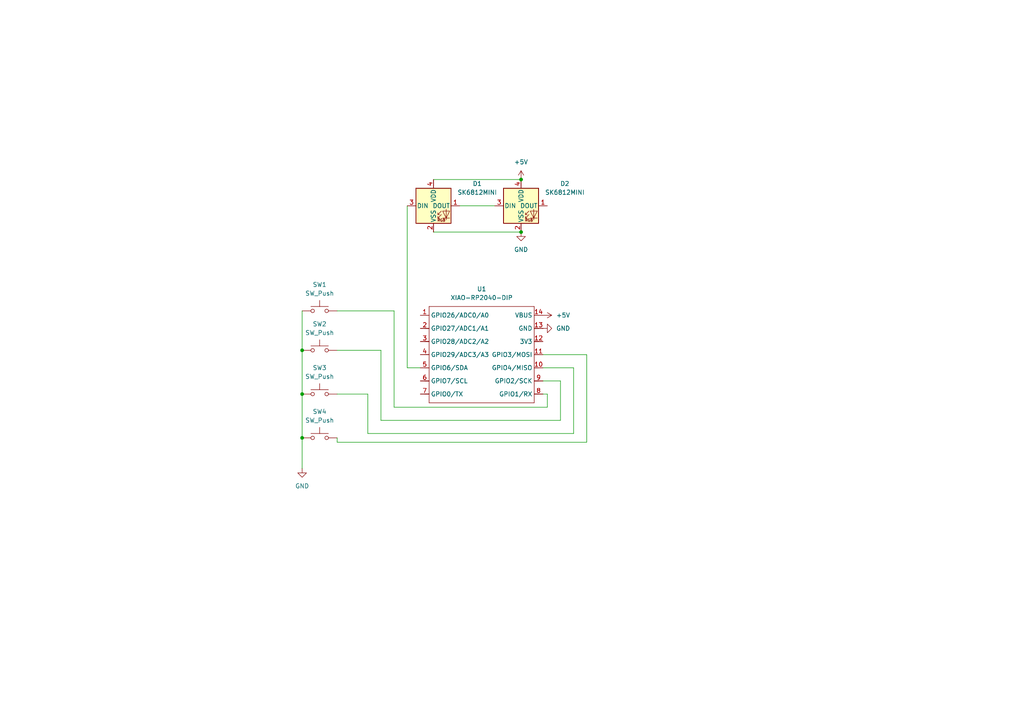
<source format=kicad_sch>
(kicad_sch
	(version 20250114)
	(generator "eeschema")
	(generator_version "9.0")
	(uuid "592986ab-f36f-4ea7-83bb-30ac78c02006")
	(paper "A4")
	(lib_symbols
		(symbol "LED:SK6812MINI"
			(pin_names
				(offset 0.254)
			)
			(exclude_from_sim no)
			(in_bom yes)
			(on_board yes)
			(property "Reference" "D"
				(at 5.08 5.715 0)
				(effects
					(font
						(size 1.27 1.27)
					)
					(justify right bottom)
				)
			)
			(property "Value" "SK6812MINI"
				(at 1.27 -5.715 0)
				(effects
					(font
						(size 1.27 1.27)
					)
					(justify left top)
				)
			)
			(property "Footprint" "LED_SMD:LED_SK6812MINI_PLCC4_3.5x3.5mm_P1.75mm"
				(at 1.27 -7.62 0)
				(effects
					(font
						(size 1.27 1.27)
					)
					(justify left top)
					(hide yes)
				)
			)
			(property "Datasheet" "https://cdn-shop.adafruit.com/product-files/2686/SK6812MINI_REV.01-1-2.pdf"
				(at 2.54 -9.525 0)
				(effects
					(font
						(size 1.27 1.27)
					)
					(justify left top)
					(hide yes)
				)
			)
			(property "Description" "RGB LED with integrated controller"
				(at 0 0 0)
				(effects
					(font
						(size 1.27 1.27)
					)
					(hide yes)
				)
			)
			(property "ki_keywords" "RGB LED NeoPixel Mini addressable"
				(at 0 0 0)
				(effects
					(font
						(size 1.27 1.27)
					)
					(hide yes)
				)
			)
			(property "ki_fp_filters" "LED*SK6812MINI*PLCC*3.5x3.5mm*P1.75mm*"
				(at 0 0 0)
				(effects
					(font
						(size 1.27 1.27)
					)
					(hide yes)
				)
			)
			(symbol "SK6812MINI_0_0"
				(text "RGB"
					(at 2.286 -4.191 0)
					(effects
						(font
							(size 0.762 0.762)
						)
					)
				)
			)
			(symbol "SK6812MINI_0_1"
				(polyline
					(pts
						(xy 1.27 -2.54) (xy 1.778 -2.54)
					)
					(stroke
						(width 0)
						(type default)
					)
					(fill
						(type none)
					)
				)
				(polyline
					(pts
						(xy 1.27 -3.556) (xy 1.778 -3.556)
					)
					(stroke
						(width 0)
						(type default)
					)
					(fill
						(type none)
					)
				)
				(polyline
					(pts
						(xy 2.286 -1.524) (xy 1.27 -2.54) (xy 1.27 -2.032)
					)
					(stroke
						(width 0)
						(type default)
					)
					(fill
						(type none)
					)
				)
				(polyline
					(pts
						(xy 2.286 -2.54) (xy 1.27 -3.556) (xy 1.27 -3.048)
					)
					(stroke
						(width 0)
						(type default)
					)
					(fill
						(type none)
					)
				)
				(polyline
					(pts
						(xy 3.683 -1.016) (xy 3.683 -3.556) (xy 3.683 -4.064)
					)
					(stroke
						(width 0)
						(type default)
					)
					(fill
						(type none)
					)
				)
				(polyline
					(pts
						(xy 4.699 -1.524) (xy 2.667 -1.524) (xy 3.683 -3.556) (xy 4.699 -1.524)
					)
					(stroke
						(width 0)
						(type default)
					)
					(fill
						(type none)
					)
				)
				(polyline
					(pts
						(xy 4.699 -3.556) (xy 2.667 -3.556)
					)
					(stroke
						(width 0)
						(type default)
					)
					(fill
						(type none)
					)
				)
				(rectangle
					(start 5.08 5.08)
					(end -5.08 -5.08)
					(stroke
						(width 0.254)
						(type default)
					)
					(fill
						(type background)
					)
				)
			)
			(symbol "SK6812MINI_1_1"
				(pin input line
					(at -7.62 0 0)
					(length 2.54)
					(name "DIN"
						(effects
							(font
								(size 1.27 1.27)
							)
						)
					)
					(number "3"
						(effects
							(font
								(size 1.27 1.27)
							)
						)
					)
				)
				(pin power_in line
					(at 0 7.62 270)
					(length 2.54)
					(name "VDD"
						(effects
							(font
								(size 1.27 1.27)
							)
						)
					)
					(number "4"
						(effects
							(font
								(size 1.27 1.27)
							)
						)
					)
				)
				(pin power_in line
					(at 0 -7.62 90)
					(length 2.54)
					(name "VSS"
						(effects
							(font
								(size 1.27 1.27)
							)
						)
					)
					(number "2"
						(effects
							(font
								(size 1.27 1.27)
							)
						)
					)
				)
				(pin output line
					(at 7.62 0 180)
					(length 2.54)
					(name "DOUT"
						(effects
							(font
								(size 1.27 1.27)
							)
						)
					)
					(number "1"
						(effects
							(font
								(size 1.27 1.27)
							)
						)
					)
				)
			)
			(embedded_fonts no)
		)
		(symbol "Seeed_Studio_XIAO_Series:XIAO-RP2040-DIP"
			(exclude_from_sim no)
			(in_bom yes)
			(on_board yes)
			(property "Reference" "U"
				(at 0 0 0)
				(effects
					(font
						(size 1.27 1.27)
					)
				)
			)
			(property "Value" "XIAO-RP2040-DIP"
				(at 5.334 -1.778 0)
				(effects
					(font
						(size 1.27 1.27)
					)
				)
			)
			(property "Footprint" "Module:MOUDLE14P-XIAO-DIP-SMD"
				(at 14.478 -32.258 0)
				(effects
					(font
						(size 1.27 1.27)
					)
					(hide yes)
				)
			)
			(property "Datasheet" ""
				(at 0 0 0)
				(effects
					(font
						(size 1.27 1.27)
					)
					(hide yes)
				)
			)
			(property "Description" ""
				(at 0 0 0)
				(effects
					(font
						(size 1.27 1.27)
					)
					(hide yes)
				)
			)
			(symbol "XIAO-RP2040-DIP_1_0"
				(polyline
					(pts
						(xy -1.27 -2.54) (xy 29.21 -2.54)
					)
					(stroke
						(width 0.1524)
						(type solid)
					)
					(fill
						(type none)
					)
				)
				(polyline
					(pts
						(xy -1.27 -5.08) (xy -2.54 -5.08)
					)
					(stroke
						(width 0.1524)
						(type solid)
					)
					(fill
						(type none)
					)
				)
				(polyline
					(pts
						(xy -1.27 -5.08) (xy -1.27 -2.54)
					)
					(stroke
						(width 0.1524)
						(type solid)
					)
					(fill
						(type none)
					)
				)
				(polyline
					(pts
						(xy -1.27 -8.89) (xy -2.54 -8.89)
					)
					(stroke
						(width 0.1524)
						(type solid)
					)
					(fill
						(type none)
					)
				)
				(polyline
					(pts
						(xy -1.27 -8.89) (xy -1.27 -5.08)
					)
					(stroke
						(width 0.1524)
						(type solid)
					)
					(fill
						(type none)
					)
				)
				(polyline
					(pts
						(xy -1.27 -12.7) (xy -2.54 -12.7)
					)
					(stroke
						(width 0.1524)
						(type solid)
					)
					(fill
						(type none)
					)
				)
				(polyline
					(pts
						(xy -1.27 -12.7) (xy -1.27 -8.89)
					)
					(stroke
						(width 0.1524)
						(type solid)
					)
					(fill
						(type none)
					)
				)
				(polyline
					(pts
						(xy -1.27 -16.51) (xy -2.54 -16.51)
					)
					(stroke
						(width 0.1524)
						(type solid)
					)
					(fill
						(type none)
					)
				)
				(polyline
					(pts
						(xy -1.27 -16.51) (xy -1.27 -12.7)
					)
					(stroke
						(width 0.1524)
						(type solid)
					)
					(fill
						(type none)
					)
				)
				(polyline
					(pts
						(xy -1.27 -20.32) (xy -2.54 -20.32)
					)
					(stroke
						(width 0.1524)
						(type solid)
					)
					(fill
						(type none)
					)
				)
				(polyline
					(pts
						(xy -1.27 -24.13) (xy -2.54 -24.13)
					)
					(stroke
						(width 0.1524)
						(type solid)
					)
					(fill
						(type none)
					)
				)
				(polyline
					(pts
						(xy -1.27 -27.94) (xy -2.54 -27.94)
					)
					(stroke
						(width 0.1524)
						(type solid)
					)
					(fill
						(type none)
					)
				)
				(polyline
					(pts
						(xy -1.27 -30.48) (xy -1.27 -16.51)
					)
					(stroke
						(width 0.1524)
						(type solid)
					)
					(fill
						(type none)
					)
				)
				(polyline
					(pts
						(xy 29.21 -2.54) (xy 29.21 -5.08)
					)
					(stroke
						(width 0.1524)
						(type solid)
					)
					(fill
						(type none)
					)
				)
				(polyline
					(pts
						(xy 29.21 -5.08) (xy 29.21 -8.89)
					)
					(stroke
						(width 0.1524)
						(type solid)
					)
					(fill
						(type none)
					)
				)
				(polyline
					(pts
						(xy 29.21 -8.89) (xy 29.21 -12.7)
					)
					(stroke
						(width 0.1524)
						(type solid)
					)
					(fill
						(type none)
					)
				)
				(polyline
					(pts
						(xy 29.21 -12.7) (xy 29.21 -30.48)
					)
					(stroke
						(width 0.1524)
						(type solid)
					)
					(fill
						(type none)
					)
				)
				(polyline
					(pts
						(xy 29.21 -30.48) (xy -1.27 -30.48)
					)
					(stroke
						(width 0.1524)
						(type solid)
					)
					(fill
						(type none)
					)
				)
				(polyline
					(pts
						(xy 30.48 -5.08) (xy 29.21 -5.08)
					)
					(stroke
						(width 0.1524)
						(type solid)
					)
					(fill
						(type none)
					)
				)
				(polyline
					(pts
						(xy 30.48 -8.89) (xy 29.21 -8.89)
					)
					(stroke
						(width 0.1524)
						(type solid)
					)
					(fill
						(type none)
					)
				)
				(polyline
					(pts
						(xy 30.48 -12.7) (xy 29.21 -12.7)
					)
					(stroke
						(width 0.1524)
						(type solid)
					)
					(fill
						(type none)
					)
				)
				(polyline
					(pts
						(xy 30.48 -16.51) (xy 29.21 -16.51)
					)
					(stroke
						(width 0.1524)
						(type solid)
					)
					(fill
						(type none)
					)
				)
				(polyline
					(pts
						(xy 30.48 -20.32) (xy 29.21 -20.32)
					)
					(stroke
						(width 0.1524)
						(type solid)
					)
					(fill
						(type none)
					)
				)
				(polyline
					(pts
						(xy 30.48 -24.13) (xy 29.21 -24.13)
					)
					(stroke
						(width 0.1524)
						(type solid)
					)
					(fill
						(type none)
					)
				)
				(polyline
					(pts
						(xy 30.48 -27.94) (xy 29.21 -27.94)
					)
					(stroke
						(width 0.1524)
						(type solid)
					)
					(fill
						(type none)
					)
				)
				(pin passive line
					(at -3.81 -5.08 0)
					(length 2.54)
					(name "GPIO26/ADC0/A0"
						(effects
							(font
								(size 1.27 1.27)
							)
						)
					)
					(number "1"
						(effects
							(font
								(size 1.27 1.27)
							)
						)
					)
				)
				(pin passive line
					(at -3.81 -8.89 0)
					(length 2.54)
					(name "GPIO27/ADC1/A1"
						(effects
							(font
								(size 1.27 1.27)
							)
						)
					)
					(number "2"
						(effects
							(font
								(size 1.27 1.27)
							)
						)
					)
				)
				(pin passive line
					(at -3.81 -12.7 0)
					(length 2.54)
					(name "GPIO28/ADC2/A2"
						(effects
							(font
								(size 1.27 1.27)
							)
						)
					)
					(number "3"
						(effects
							(font
								(size 1.27 1.27)
							)
						)
					)
				)
				(pin passive line
					(at -3.81 -16.51 0)
					(length 2.54)
					(name "GPIO29/ADC3/A3"
						(effects
							(font
								(size 1.27 1.27)
							)
						)
					)
					(number "4"
						(effects
							(font
								(size 1.27 1.27)
							)
						)
					)
				)
				(pin passive line
					(at -3.81 -20.32 0)
					(length 2.54)
					(name "GPIO6/SDA"
						(effects
							(font
								(size 1.27 1.27)
							)
						)
					)
					(number "5"
						(effects
							(font
								(size 1.27 1.27)
							)
						)
					)
				)
				(pin passive line
					(at -3.81 -24.13 0)
					(length 2.54)
					(name "GPIO7/SCL"
						(effects
							(font
								(size 1.27 1.27)
							)
						)
					)
					(number "6"
						(effects
							(font
								(size 1.27 1.27)
							)
						)
					)
				)
				(pin passive line
					(at -3.81 -27.94 0)
					(length 2.54)
					(name "GPIO0/TX"
						(effects
							(font
								(size 1.27 1.27)
							)
						)
					)
					(number "7"
						(effects
							(font
								(size 1.27 1.27)
							)
						)
					)
				)
				(pin passive line
					(at 31.75 -5.08 180)
					(length 2.54)
					(name "VBUS"
						(effects
							(font
								(size 1.27 1.27)
							)
						)
					)
					(number "14"
						(effects
							(font
								(size 1.27 1.27)
							)
						)
					)
				)
				(pin passive line
					(at 31.75 -8.89 180)
					(length 2.54)
					(name "GND"
						(effects
							(font
								(size 1.27 1.27)
							)
						)
					)
					(number "13"
						(effects
							(font
								(size 1.27 1.27)
							)
						)
					)
				)
				(pin passive line
					(at 31.75 -12.7 180)
					(length 2.54)
					(name "3V3"
						(effects
							(font
								(size 1.27 1.27)
							)
						)
					)
					(number "12"
						(effects
							(font
								(size 1.27 1.27)
							)
						)
					)
				)
				(pin passive line
					(at 31.75 -16.51 180)
					(length 2.54)
					(name "GPIO3/MOSI"
						(effects
							(font
								(size 1.27 1.27)
							)
						)
					)
					(number "11"
						(effects
							(font
								(size 1.27 1.27)
							)
						)
					)
				)
				(pin passive line
					(at 31.75 -20.32 180)
					(length 2.54)
					(name "GPIO4/MISO"
						(effects
							(font
								(size 1.27 1.27)
							)
						)
					)
					(number "10"
						(effects
							(font
								(size 1.27 1.27)
							)
						)
					)
				)
				(pin passive line
					(at 31.75 -24.13 180)
					(length 2.54)
					(name "GPIO2/SCK"
						(effects
							(font
								(size 1.27 1.27)
							)
						)
					)
					(number "9"
						(effects
							(font
								(size 1.27 1.27)
							)
						)
					)
				)
				(pin passive line
					(at 31.75 -27.94 180)
					(length 2.54)
					(name "GPIO1/RX"
						(effects
							(font
								(size 1.27 1.27)
							)
						)
					)
					(number "8"
						(effects
							(font
								(size 1.27 1.27)
							)
						)
					)
				)
			)
			(embedded_fonts no)
		)
		(symbol "Switch:SW_Push"
			(pin_numbers
				(hide yes)
			)
			(pin_names
				(offset 1.016)
				(hide yes)
			)
			(exclude_from_sim no)
			(in_bom yes)
			(on_board yes)
			(property "Reference" "SW"
				(at 1.27 2.54 0)
				(effects
					(font
						(size 1.27 1.27)
					)
					(justify left)
				)
			)
			(property "Value" "SW_Push"
				(at 0 -1.524 0)
				(effects
					(font
						(size 1.27 1.27)
					)
				)
			)
			(property "Footprint" ""
				(at 0 5.08 0)
				(effects
					(font
						(size 1.27 1.27)
					)
					(hide yes)
				)
			)
			(property "Datasheet" "~"
				(at 0 5.08 0)
				(effects
					(font
						(size 1.27 1.27)
					)
					(hide yes)
				)
			)
			(property "Description" "Push button switch, generic, two pins"
				(at 0 0 0)
				(effects
					(font
						(size 1.27 1.27)
					)
					(hide yes)
				)
			)
			(property "ki_keywords" "switch normally-open pushbutton push-button"
				(at 0 0 0)
				(effects
					(font
						(size 1.27 1.27)
					)
					(hide yes)
				)
			)
			(symbol "SW_Push_0_1"
				(circle
					(center -2.032 0)
					(radius 0.508)
					(stroke
						(width 0)
						(type default)
					)
					(fill
						(type none)
					)
				)
				(polyline
					(pts
						(xy 0 1.27) (xy 0 3.048)
					)
					(stroke
						(width 0)
						(type default)
					)
					(fill
						(type none)
					)
				)
				(circle
					(center 2.032 0)
					(radius 0.508)
					(stroke
						(width 0)
						(type default)
					)
					(fill
						(type none)
					)
				)
				(polyline
					(pts
						(xy 2.54 1.27) (xy -2.54 1.27)
					)
					(stroke
						(width 0)
						(type default)
					)
					(fill
						(type none)
					)
				)
				(pin passive line
					(at -5.08 0 0)
					(length 2.54)
					(name "1"
						(effects
							(font
								(size 1.27 1.27)
							)
						)
					)
					(number "1"
						(effects
							(font
								(size 1.27 1.27)
							)
						)
					)
				)
				(pin passive line
					(at 5.08 0 180)
					(length 2.54)
					(name "2"
						(effects
							(font
								(size 1.27 1.27)
							)
						)
					)
					(number "2"
						(effects
							(font
								(size 1.27 1.27)
							)
						)
					)
				)
			)
			(embedded_fonts no)
		)
		(symbol "power:+5V"
			(power)
			(pin_numbers
				(hide yes)
			)
			(pin_names
				(offset 0)
				(hide yes)
			)
			(exclude_from_sim no)
			(in_bom yes)
			(on_board yes)
			(property "Reference" "#PWR"
				(at 0 -3.81 0)
				(effects
					(font
						(size 1.27 1.27)
					)
					(hide yes)
				)
			)
			(property "Value" "+5V"
				(at 0 3.556 0)
				(effects
					(font
						(size 1.27 1.27)
					)
				)
			)
			(property "Footprint" ""
				(at 0 0 0)
				(effects
					(font
						(size 1.27 1.27)
					)
					(hide yes)
				)
			)
			(property "Datasheet" ""
				(at 0 0 0)
				(effects
					(font
						(size 1.27 1.27)
					)
					(hide yes)
				)
			)
			(property "Description" "Power symbol creates a global label with name \"+5V\""
				(at 0 0 0)
				(effects
					(font
						(size 1.27 1.27)
					)
					(hide yes)
				)
			)
			(property "ki_keywords" "global power"
				(at 0 0 0)
				(effects
					(font
						(size 1.27 1.27)
					)
					(hide yes)
				)
			)
			(symbol "+5V_0_1"
				(polyline
					(pts
						(xy -0.762 1.27) (xy 0 2.54)
					)
					(stroke
						(width 0)
						(type default)
					)
					(fill
						(type none)
					)
				)
				(polyline
					(pts
						(xy 0 2.54) (xy 0.762 1.27)
					)
					(stroke
						(width 0)
						(type default)
					)
					(fill
						(type none)
					)
				)
				(polyline
					(pts
						(xy 0 0) (xy 0 2.54)
					)
					(stroke
						(width 0)
						(type default)
					)
					(fill
						(type none)
					)
				)
			)
			(symbol "+5V_1_1"
				(pin power_in line
					(at 0 0 90)
					(length 0)
					(name "~"
						(effects
							(font
								(size 1.27 1.27)
							)
						)
					)
					(number "1"
						(effects
							(font
								(size 1.27 1.27)
							)
						)
					)
				)
			)
			(embedded_fonts no)
		)
		(symbol "power:GND"
			(power)
			(pin_numbers
				(hide yes)
			)
			(pin_names
				(offset 0)
				(hide yes)
			)
			(exclude_from_sim no)
			(in_bom yes)
			(on_board yes)
			(property "Reference" "#PWR"
				(at 0 -6.35 0)
				(effects
					(font
						(size 1.27 1.27)
					)
					(hide yes)
				)
			)
			(property "Value" "GND"
				(at 0 -3.81 0)
				(effects
					(font
						(size 1.27 1.27)
					)
				)
			)
			(property "Footprint" ""
				(at 0 0 0)
				(effects
					(font
						(size 1.27 1.27)
					)
					(hide yes)
				)
			)
			(property "Datasheet" ""
				(at 0 0 0)
				(effects
					(font
						(size 1.27 1.27)
					)
					(hide yes)
				)
			)
			(property "Description" "Power symbol creates a global label with name \"GND\" , ground"
				(at 0 0 0)
				(effects
					(font
						(size 1.27 1.27)
					)
					(hide yes)
				)
			)
			(property "ki_keywords" "global power"
				(at 0 0 0)
				(effects
					(font
						(size 1.27 1.27)
					)
					(hide yes)
				)
			)
			(symbol "GND_0_1"
				(polyline
					(pts
						(xy 0 0) (xy 0 -1.27) (xy 1.27 -1.27) (xy 0 -2.54) (xy -1.27 -1.27) (xy 0 -1.27)
					)
					(stroke
						(width 0)
						(type default)
					)
					(fill
						(type none)
					)
				)
			)
			(symbol "GND_1_1"
				(pin power_in line
					(at 0 0 270)
					(length 0)
					(name "~"
						(effects
							(font
								(size 1.27 1.27)
							)
						)
					)
					(number "1"
						(effects
							(font
								(size 1.27 1.27)
							)
						)
					)
				)
			)
			(embedded_fonts no)
		)
	)
	(junction
		(at 87.63 101.6)
		(diameter 0)
		(color 0 0 0 0)
		(uuid "5036d35c-46dd-47b9-8796-e1859e85cdcd")
	)
	(junction
		(at 87.63 114.3)
		(diameter 0)
		(color 0 0 0 0)
		(uuid "545f981d-41bf-446d-a52c-7e6f31069cbe")
	)
	(junction
		(at 151.13 67.31)
		(diameter 0)
		(color 0 0 0 0)
		(uuid "c7cba972-e042-4cd8-aa8e-9a90323b0484")
	)
	(junction
		(at 87.63 127)
		(diameter 0)
		(color 0 0 0 0)
		(uuid "e1bc04f2-ab04-4781-853d-2a9bf70ac9e1")
	)
	(junction
		(at 151.13 52.07)
		(diameter 0)
		(color 0 0 0 0)
		(uuid "f229e0ff-c146-40b7-9da8-f347a1c943db")
	)
	(wire
		(pts
			(xy 158.75 118.11) (xy 158.75 114.3)
		)
		(stroke
			(width 0)
			(type default)
		)
		(uuid "17605a75-e1a0-4cf2-a1b2-d3adadb5a5af")
	)
	(wire
		(pts
			(xy 125.73 52.07) (xy 151.13 52.07)
		)
		(stroke
			(width 0)
			(type default)
		)
		(uuid "1876999a-e01c-42de-b4c2-df1b6c41106f")
	)
	(wire
		(pts
			(xy 158.75 114.3) (xy 157.48 114.3)
		)
		(stroke
			(width 0)
			(type default)
		)
		(uuid "28c81a4b-1f3d-45e4-8083-df8e9dc6e127")
	)
	(wire
		(pts
			(xy 114.3 90.17) (xy 114.3 118.11)
		)
		(stroke
			(width 0)
			(type default)
		)
		(uuid "322d08ee-4a2f-42b8-b5f3-eb558a124c6f")
	)
	(wire
		(pts
			(xy 106.68 125.73) (xy 166.37 125.73)
		)
		(stroke
			(width 0)
			(type default)
		)
		(uuid "4730c139-248b-4ac8-a74c-a947929a2357")
	)
	(wire
		(pts
			(xy 106.68 114.3) (xy 106.68 125.73)
		)
		(stroke
			(width 0)
			(type default)
		)
		(uuid "49943edf-e2c4-4ef3-bdac-179de067e1cb")
	)
	(wire
		(pts
			(xy 110.49 121.92) (xy 162.56 121.92)
		)
		(stroke
			(width 0)
			(type default)
		)
		(uuid "4a547578-fcf9-44a3-9a1c-d1bedc681984")
	)
	(wire
		(pts
			(xy 97.79 114.3) (xy 106.68 114.3)
		)
		(stroke
			(width 0)
			(type default)
		)
		(uuid "51b02669-00fe-40d5-8390-9cf4336c649f")
	)
	(wire
		(pts
			(xy 170.18 128.27) (xy 97.79 128.27)
		)
		(stroke
			(width 0)
			(type default)
		)
		(uuid "51b3321a-e8bb-4cc8-ab99-ff59d67e26f7")
	)
	(wire
		(pts
			(xy 87.63 127) (xy 87.63 135.89)
		)
		(stroke
			(width 0)
			(type default)
		)
		(uuid "5d87a1e3-668a-4fff-9814-dd447d0a9c0f")
	)
	(wire
		(pts
			(xy 125.73 67.31) (xy 151.13 67.31)
		)
		(stroke
			(width 0)
			(type default)
		)
		(uuid "5f954a22-ab36-47e6-97ea-2e40241284a6")
	)
	(wire
		(pts
			(xy 170.18 102.87) (xy 170.18 128.27)
		)
		(stroke
			(width 0)
			(type default)
		)
		(uuid "618bb407-7b12-46ec-96fd-350c4977d17f")
	)
	(wire
		(pts
			(xy 118.11 106.68) (xy 121.92 106.68)
		)
		(stroke
			(width 0)
			(type default)
		)
		(uuid "630a0cda-2b5f-424c-b5fd-e12a7444a958")
	)
	(wire
		(pts
			(xy 97.79 101.6) (xy 110.49 101.6)
		)
		(stroke
			(width 0)
			(type default)
		)
		(uuid "6605a8bd-a01d-4ba2-b10d-5f7d7f1fd37a")
	)
	(wire
		(pts
			(xy 162.56 121.92) (xy 162.56 110.49)
		)
		(stroke
			(width 0)
			(type default)
		)
		(uuid "86e9d864-9a7e-4859-a67f-d3ee9295d938")
	)
	(wire
		(pts
			(xy 87.63 90.17) (xy 87.63 101.6)
		)
		(stroke
			(width 0)
			(type default)
		)
		(uuid "9858c11a-21a9-46d4-a619-e4d30818de79")
	)
	(wire
		(pts
			(xy 118.11 59.69) (xy 118.11 106.68)
		)
		(stroke
			(width 0)
			(type default)
		)
		(uuid "b199acd9-e6dd-475e-b08f-db6f0e8e7b21")
	)
	(wire
		(pts
			(xy 166.37 125.73) (xy 166.37 106.68)
		)
		(stroke
			(width 0)
			(type default)
		)
		(uuid "b1e555bc-a68f-4db6-9d87-cfecd65bdee4")
	)
	(wire
		(pts
			(xy 166.37 106.68) (xy 157.48 106.68)
		)
		(stroke
			(width 0)
			(type default)
		)
		(uuid "bbe296af-7834-431a-a55b-7d19a3c94bf3")
	)
	(wire
		(pts
			(xy 114.3 118.11) (xy 158.75 118.11)
		)
		(stroke
			(width 0)
			(type default)
		)
		(uuid "bff650dd-65f7-414c-848d-1b4c84b5a217")
	)
	(wire
		(pts
			(xy 110.49 101.6) (xy 110.49 121.92)
		)
		(stroke
			(width 0)
			(type default)
		)
		(uuid "ca68cc35-a44d-499f-835f-2871e880f9f7")
	)
	(wire
		(pts
			(xy 97.79 90.17) (xy 114.3 90.17)
		)
		(stroke
			(width 0)
			(type default)
		)
		(uuid "cf73014d-dbfa-412f-a3db-536698006b6b")
	)
	(wire
		(pts
			(xy 133.35 59.69) (xy 143.51 59.69)
		)
		(stroke
			(width 0)
			(type default)
		)
		(uuid "d3424bf9-c3be-4f78-add4-5678991a637a")
	)
	(wire
		(pts
			(xy 157.48 102.87) (xy 170.18 102.87)
		)
		(stroke
			(width 0)
			(type default)
		)
		(uuid "d87b1163-8638-40a4-9352-a044baac8e33")
	)
	(wire
		(pts
			(xy 162.56 110.49) (xy 157.48 110.49)
		)
		(stroke
			(width 0)
			(type default)
		)
		(uuid "e31f8a6d-8723-4300-be31-2754d174e03d")
	)
	(wire
		(pts
			(xy 97.79 128.27) (xy 97.79 127)
		)
		(stroke
			(width 0)
			(type default)
		)
		(uuid "e56cdc88-b614-4613-9038-6fabbb5ae570")
	)
	(wire
		(pts
			(xy 87.63 114.3) (xy 87.63 127)
		)
		(stroke
			(width 0)
			(type default)
		)
		(uuid "ee56c1b0-4463-485a-bc97-0cf7e81bbef9")
	)
	(wire
		(pts
			(xy 87.63 101.6) (xy 87.63 114.3)
		)
		(stroke
			(width 0)
			(type default)
		)
		(uuid "f2ebcf72-53d0-4005-92cd-205a0e7822a9")
	)
	(symbol
		(lib_id "Switch:SW_Push")
		(at 92.71 127 0)
		(unit 1)
		(exclude_from_sim no)
		(in_bom yes)
		(on_board yes)
		(dnp no)
		(fields_autoplaced yes)
		(uuid "212fa7b3-083e-4604-bef7-6c6b82ef5d9a")
		(property "Reference" "SW4"
			(at 92.71 119.38 0)
			(effects
				(font
					(size 1.27 1.27)
				)
			)
		)
		(property "Value" "SW_Push"
			(at 92.71 121.92 0)
			(effects
				(font
					(size 1.27 1.27)
				)
			)
		)
		(property "Footprint" "Button_Switch_Keyboard:SW_Cherry_MX_1.00u_PCB"
			(at 92.71 121.92 0)
			(effects
				(font
					(size 1.27 1.27)
				)
				(hide yes)
			)
		)
		(property "Datasheet" "~"
			(at 92.71 121.92 0)
			(effects
				(font
					(size 1.27 1.27)
				)
				(hide yes)
			)
		)
		(property "Description" "Push button switch, generic, two pins"
			(at 92.71 127 0)
			(effects
				(font
					(size 1.27 1.27)
				)
				(hide yes)
			)
		)
		(pin "2"
			(uuid "1838e865-603c-4f1d-b572-f32ed3de3831")
		)
		(pin "1"
			(uuid "545a0d42-a8b3-4b61-b863-4d9b25483c79")
		)
		(instances
			(project ""
				(path "/592986ab-f36f-4ea7-83bb-30ac78c02006"
					(reference "SW4")
					(unit 1)
				)
			)
		)
	)
	(symbol
		(lib_id "LED:SK6812MINI")
		(at 151.13 59.69 0)
		(unit 1)
		(exclude_from_sim no)
		(in_bom yes)
		(on_board yes)
		(dnp no)
		(fields_autoplaced yes)
		(uuid "22265ad6-1729-4256-a3ff-d975314db3b2")
		(property "Reference" "D2"
			(at 163.83 53.2698 0)
			(effects
				(font
					(size 1.27 1.27)
				)
			)
		)
		(property "Value" "SK6812MINI"
			(at 163.83 55.8098 0)
			(effects
				(font
					(size 1.27 1.27)
				)
			)
		)
		(property "Footprint" "LED_SMD:LED_SK6812MINI_PLCC4_3.5x3.5mm_P1.75mm"
			(at 152.4 67.31 0)
			(effects
				(font
					(size 1.27 1.27)
				)
				(justify left top)
				(hide yes)
			)
		)
		(property "Datasheet" "https://cdn-shop.adafruit.com/product-files/2686/SK6812MINI_REV.01-1-2.pdf"
			(at 153.67 69.215 0)
			(effects
				(font
					(size 1.27 1.27)
				)
				(justify left top)
				(hide yes)
			)
		)
		(property "Description" "RGB LED with integrated controller"
			(at 151.13 59.69 0)
			(effects
				(font
					(size 1.27 1.27)
				)
				(hide yes)
			)
		)
		(pin "1"
			(uuid "63a900b4-7f83-4798-b937-b007d8ac20b3")
		)
		(pin "3"
			(uuid "d7846df2-c1d1-4c36-9628-a68154981ce9")
		)
		(pin "4"
			(uuid "87d4a24f-2da1-49c6-8785-b22414a13c44")
		)
		(pin "2"
			(uuid "1326a4ce-2973-47cf-8eea-4bb836ea2fdf")
		)
		(instances
			(project ""
				(path "/592986ab-f36f-4ea7-83bb-30ac78c02006"
					(reference "D2")
					(unit 1)
				)
			)
		)
	)
	(symbol
		(lib_id "power:+5V")
		(at 151.13 52.07 0)
		(unit 1)
		(exclude_from_sim no)
		(in_bom yes)
		(on_board yes)
		(dnp no)
		(fields_autoplaced yes)
		(uuid "3683fa1e-bdc6-4a12-b249-5b4c578f9c76")
		(property "Reference" "#PWR03"
			(at 151.13 55.88 0)
			(effects
				(font
					(size 1.27 1.27)
				)
				(hide yes)
			)
		)
		(property "Value" "+5V"
			(at 151.13 46.99 0)
			(effects
				(font
					(size 1.27 1.27)
				)
			)
		)
		(property "Footprint" ""
			(at 151.13 52.07 0)
			(effects
				(font
					(size 1.27 1.27)
				)
				(hide yes)
			)
		)
		(property "Datasheet" ""
			(at 151.13 52.07 0)
			(effects
				(font
					(size 1.27 1.27)
				)
				(hide yes)
			)
		)
		(property "Description" "Power symbol creates a global label with name \"+5V\""
			(at 151.13 52.07 0)
			(effects
				(font
					(size 1.27 1.27)
				)
				(hide yes)
			)
		)
		(pin "1"
			(uuid "9feab3d6-c9c0-42c1-9951-2de2b06c3705")
		)
		(instances
			(project ""
				(path "/592986ab-f36f-4ea7-83bb-30ac78c02006"
					(reference "#PWR03")
					(unit 1)
				)
			)
		)
	)
	(symbol
		(lib_id "power:GND")
		(at 151.13 67.31 0)
		(unit 1)
		(exclude_from_sim no)
		(in_bom yes)
		(on_board yes)
		(dnp no)
		(fields_autoplaced yes)
		(uuid "4da58544-9e92-4217-8880-b8bad588e463")
		(property "Reference" "#PWR02"
			(at 151.13 73.66 0)
			(effects
				(font
					(size 1.27 1.27)
				)
				(hide yes)
			)
		)
		(property "Value" "GND"
			(at 151.13 72.39 0)
			(effects
				(font
					(size 1.27 1.27)
				)
			)
		)
		(property "Footprint" ""
			(at 151.13 67.31 0)
			(effects
				(font
					(size 1.27 1.27)
				)
				(hide yes)
			)
		)
		(property "Datasheet" ""
			(at 151.13 67.31 0)
			(effects
				(font
					(size 1.27 1.27)
				)
				(hide yes)
			)
		)
		(property "Description" "Power symbol creates a global label with name \"GND\" , ground"
			(at 151.13 67.31 0)
			(effects
				(font
					(size 1.27 1.27)
				)
				(hide yes)
			)
		)
		(pin "1"
			(uuid "f1021be8-a76a-4539-8756-ea47ab3cd985")
		)
		(instances
			(project ""
				(path "/592986ab-f36f-4ea7-83bb-30ac78c02006"
					(reference "#PWR02")
					(unit 1)
				)
			)
		)
	)
	(symbol
		(lib_id "power:GND")
		(at 157.48 95.25 90)
		(unit 1)
		(exclude_from_sim no)
		(in_bom yes)
		(on_board yes)
		(dnp no)
		(fields_autoplaced yes)
		(uuid "57902d3c-428f-43a7-864c-ffacc4c76218")
		(property "Reference" "#PWR05"
			(at 163.83 95.25 0)
			(effects
				(font
					(size 1.27 1.27)
				)
				(hide yes)
			)
		)
		(property "Value" "GND"
			(at 161.29 95.2499 90)
			(effects
				(font
					(size 1.27 1.27)
				)
				(justify right)
			)
		)
		(property "Footprint" ""
			(at 157.48 95.25 0)
			(effects
				(font
					(size 1.27 1.27)
				)
				(hide yes)
			)
		)
		(property "Datasheet" ""
			(at 157.48 95.25 0)
			(effects
				(font
					(size 1.27 1.27)
				)
				(hide yes)
			)
		)
		(property "Description" "Power symbol creates a global label with name \"GND\" , ground"
			(at 157.48 95.25 0)
			(effects
				(font
					(size 1.27 1.27)
				)
				(hide yes)
			)
		)
		(pin "1"
			(uuid "8d930608-9b6d-4faf-93dd-d5d4a23fedc2")
		)
		(instances
			(project "fish hackpad"
				(path "/592986ab-f36f-4ea7-83bb-30ac78c02006"
					(reference "#PWR05")
					(unit 1)
				)
			)
		)
	)
	(symbol
		(lib_id "Switch:SW_Push")
		(at 92.71 114.3 0)
		(unit 1)
		(exclude_from_sim no)
		(in_bom yes)
		(on_board yes)
		(dnp no)
		(fields_autoplaced yes)
		(uuid "68c403e6-867a-41c5-830b-35facfa55bd7")
		(property "Reference" "SW3"
			(at 92.71 106.68 0)
			(effects
				(font
					(size 1.27 1.27)
				)
			)
		)
		(property "Value" "SW_Push"
			(at 92.71 109.22 0)
			(effects
				(font
					(size 1.27 1.27)
				)
			)
		)
		(property "Footprint" "Button_Switch_Keyboard:SW_Cherry_MX_1.00u_PCB"
			(at 92.71 109.22 0)
			(effects
				(font
					(size 1.27 1.27)
				)
				(hide yes)
			)
		)
		(property "Datasheet" "~"
			(at 92.71 109.22 0)
			(effects
				(font
					(size 1.27 1.27)
				)
				(hide yes)
			)
		)
		(property "Description" "Push button switch, generic, two pins"
			(at 92.71 114.3 0)
			(effects
				(font
					(size 1.27 1.27)
				)
				(hide yes)
			)
		)
		(pin "2"
			(uuid "b1273b0b-3c3d-48e6-9ba2-028252ede011")
		)
		(pin "1"
			(uuid "c4d42085-c086-480c-85f4-483e43052dd1")
		)
		(instances
			(project ""
				(path "/592986ab-f36f-4ea7-83bb-30ac78c02006"
					(reference "SW3")
					(unit 1)
				)
			)
		)
	)
	(symbol
		(lib_id "Switch:SW_Push")
		(at 92.71 101.6 0)
		(unit 1)
		(exclude_from_sim no)
		(in_bom yes)
		(on_board yes)
		(dnp no)
		(fields_autoplaced yes)
		(uuid "8538cae1-ddc3-4658-a603-de2825c233a3")
		(property "Reference" "SW2"
			(at 92.71 93.98 0)
			(effects
				(font
					(size 1.27 1.27)
				)
			)
		)
		(property "Value" "SW_Push"
			(at 92.71 96.52 0)
			(effects
				(font
					(size 1.27 1.27)
				)
			)
		)
		(property "Footprint" "Button_Switch_Keyboard:SW_Cherry_MX_1.00u_PCB"
			(at 92.71 96.52 0)
			(effects
				(font
					(size 1.27 1.27)
				)
				(hide yes)
			)
		)
		(property "Datasheet" "~"
			(at 92.71 96.52 0)
			(effects
				(font
					(size 1.27 1.27)
				)
				(hide yes)
			)
		)
		(property "Description" "Push button switch, generic, two pins"
			(at 92.71 101.6 0)
			(effects
				(font
					(size 1.27 1.27)
				)
				(hide yes)
			)
		)
		(pin "1"
			(uuid "f4351493-6170-43c3-a392-f25ba977a88f")
		)
		(pin "2"
			(uuid "742eedb9-48ea-469c-81ce-9a2b1f9412c3")
		)
		(instances
			(project ""
				(path "/592986ab-f36f-4ea7-83bb-30ac78c02006"
					(reference "SW2")
					(unit 1)
				)
			)
		)
	)
	(symbol
		(lib_id "LED:SK6812MINI")
		(at 125.73 59.69 0)
		(unit 1)
		(exclude_from_sim no)
		(in_bom yes)
		(on_board yes)
		(dnp no)
		(fields_autoplaced yes)
		(uuid "93b8918d-37b3-45db-a026-dc399c77afa2")
		(property "Reference" "D1"
			(at 138.43 53.2698 0)
			(effects
				(font
					(size 1.27 1.27)
				)
			)
		)
		(property "Value" "SK6812MINI"
			(at 138.43 55.8098 0)
			(effects
				(font
					(size 1.27 1.27)
				)
			)
		)
		(property "Footprint" "LED_SMD:LED_SK6812MINI_PLCC4_3.5x3.5mm_P1.75mm"
			(at 127 67.31 0)
			(effects
				(font
					(size 1.27 1.27)
				)
				(justify left top)
				(hide yes)
			)
		)
		(property "Datasheet" "https://cdn-shop.adafruit.com/product-files/2686/SK6812MINI_REV.01-1-2.pdf"
			(at 128.27 69.215 0)
			(effects
				(font
					(size 1.27 1.27)
				)
				(justify left top)
				(hide yes)
			)
		)
		(property "Description" "RGB LED with integrated controller"
			(at 125.73 59.69 0)
			(effects
				(font
					(size 1.27 1.27)
				)
				(hide yes)
			)
		)
		(pin "4"
			(uuid "243c5ac5-745f-4f5f-aa69-5cbe88ddb77a")
		)
		(pin "2"
			(uuid "75d31625-487d-46af-9ba2-fadc554b382f")
		)
		(pin "1"
			(uuid "e721c80f-846e-4fbd-a194-157494f8d986")
		)
		(pin "3"
			(uuid "3fa9d9a5-face-4e41-82bd-2b5206473786")
		)
		(instances
			(project ""
				(path "/592986ab-f36f-4ea7-83bb-30ac78c02006"
					(reference "D1")
					(unit 1)
				)
			)
		)
	)
	(symbol
		(lib_id "power:GND")
		(at 87.63 135.89 0)
		(unit 1)
		(exclude_from_sim no)
		(in_bom yes)
		(on_board yes)
		(dnp no)
		(fields_autoplaced yes)
		(uuid "c138ad15-47ac-4e38-9169-f570c4654e63")
		(property "Reference" "#PWR01"
			(at 87.63 142.24 0)
			(effects
				(font
					(size 1.27 1.27)
				)
				(hide yes)
			)
		)
		(property "Value" "GND"
			(at 87.63 140.97 0)
			(effects
				(font
					(size 1.27 1.27)
				)
			)
		)
		(property "Footprint" ""
			(at 87.63 135.89 0)
			(effects
				(font
					(size 1.27 1.27)
				)
				(hide yes)
			)
		)
		(property "Datasheet" ""
			(at 87.63 135.89 0)
			(effects
				(font
					(size 1.27 1.27)
				)
				(hide yes)
			)
		)
		(property "Description" "Power symbol creates a global label with name \"GND\" , ground"
			(at 87.63 135.89 0)
			(effects
				(font
					(size 1.27 1.27)
				)
				(hide yes)
			)
		)
		(pin "1"
			(uuid "16c121c8-7f88-4a13-8a59-c944fddba055")
		)
		(instances
			(project ""
				(path "/592986ab-f36f-4ea7-83bb-30ac78c02006"
					(reference "#PWR01")
					(unit 1)
				)
			)
		)
	)
	(symbol
		(lib_id "power:+5V")
		(at 157.48 91.44 270)
		(unit 1)
		(exclude_from_sim no)
		(in_bom yes)
		(on_board yes)
		(dnp no)
		(fields_autoplaced yes)
		(uuid "c761bfa8-b42a-4577-899f-098eb76a35d1")
		(property "Reference" "#PWR04"
			(at 153.67 91.44 0)
			(effects
				(font
					(size 1.27 1.27)
				)
				(hide yes)
			)
		)
		(property "Value" "+5V"
			(at 161.29 91.4399 90)
			(effects
				(font
					(size 1.27 1.27)
				)
				(justify left)
			)
		)
		(property "Footprint" ""
			(at 157.48 91.44 0)
			(effects
				(font
					(size 1.27 1.27)
				)
				(hide yes)
			)
		)
		(property "Datasheet" ""
			(at 157.48 91.44 0)
			(effects
				(font
					(size 1.27 1.27)
				)
				(hide yes)
			)
		)
		(property "Description" "Power symbol creates a global label with name \"+5V\""
			(at 157.48 91.44 0)
			(effects
				(font
					(size 1.27 1.27)
				)
				(hide yes)
			)
		)
		(pin "1"
			(uuid "b7c4bed3-0107-49f7-a22f-28decba6e3dd")
		)
		(instances
			(project "fish hackpad"
				(path "/592986ab-f36f-4ea7-83bb-30ac78c02006"
					(reference "#PWR04")
					(unit 1)
				)
			)
		)
	)
	(symbol
		(lib_id "Switch:SW_Push")
		(at 92.71 90.17 0)
		(unit 1)
		(exclude_from_sim no)
		(in_bom yes)
		(on_board yes)
		(dnp no)
		(fields_autoplaced yes)
		(uuid "dd811d04-e5b2-4450-acda-f8559b530da4")
		(property "Reference" "SW1"
			(at 92.71 82.55 0)
			(effects
				(font
					(size 1.27 1.27)
				)
			)
		)
		(property "Value" "SW_Push"
			(at 92.71 85.09 0)
			(effects
				(font
					(size 1.27 1.27)
				)
			)
		)
		(property "Footprint" "Button_Switch_Keyboard:SW_Cherry_MX_1.00u_PCB"
			(at 92.71 85.09 0)
			(effects
				(font
					(size 1.27 1.27)
				)
				(hide yes)
			)
		)
		(property "Datasheet" "~"
			(at 92.71 85.09 0)
			(effects
				(font
					(size 1.27 1.27)
				)
				(hide yes)
			)
		)
		(property "Description" "Push button switch, generic, two pins"
			(at 92.71 90.17 0)
			(effects
				(font
					(size 1.27 1.27)
				)
				(hide yes)
			)
		)
		(pin "2"
			(uuid "4cec9c64-f017-47a1-a21b-15bcc7dc4e29")
		)
		(pin "1"
			(uuid "0ff0562e-33af-4734-a92d-6d02404f1eb6")
		)
		(instances
			(project ""
				(path "/592986ab-f36f-4ea7-83bb-30ac78c02006"
					(reference "SW1")
					(unit 1)
				)
			)
		)
	)
	(symbol
		(lib_id "Seeed_Studio_XIAO_Series:XIAO-RP2040-DIP")
		(at 125.73 86.36 0)
		(unit 1)
		(exclude_from_sim no)
		(in_bom yes)
		(on_board yes)
		(dnp no)
		(fields_autoplaced yes)
		(uuid "eabb6d45-ddca-4033-aca4-679e8c41d36b")
		(property "Reference" "U1"
			(at 139.7 83.82 0)
			(effects
				(font
					(size 1.27 1.27)
				)
			)
		)
		(property "Value" "XIAO-RP2040-DIP"
			(at 139.7 86.36 0)
			(effects
				(font
					(size 1.27 1.27)
				)
			)
		)
		(property "Footprint" "Seeed Studio XIAO Series Library:XIAO-RP2040-DIP"
			(at 140.208 118.618 0)
			(effects
				(font
					(size 1.27 1.27)
				)
				(hide yes)
			)
		)
		(property "Datasheet" ""
			(at 125.73 86.36 0)
			(effects
				(font
					(size 1.27 1.27)
				)
				(hide yes)
			)
		)
		(property "Description" ""
			(at 125.73 86.36 0)
			(effects
				(font
					(size 1.27 1.27)
				)
				(hide yes)
			)
		)
		(pin "2"
			(uuid "929f17cc-23cd-4490-862a-5dec4f17fb0f")
		)
		(pin "1"
			(uuid "dc572ea6-e9a5-4004-bcf0-f60ee07e025a")
		)
		(pin "3"
			(uuid "c8d16b68-0938-4adb-9dbe-9634fe59eada")
		)
		(pin "4"
			(uuid "28997930-2197-44c9-a8ee-6b733fb6b0c9")
		)
		(pin "5"
			(uuid "bf31cce7-e95f-4b7c-a8f2-e0adfe8a4606")
		)
		(pin "6"
			(uuid "60a547b4-6d7f-4fec-8162-5cd71672b586")
		)
		(pin "14"
			(uuid "028869eb-ccbe-4856-bf1d-c69b653a56ea")
		)
		(pin "12"
			(uuid "3c9468ca-205f-416c-a14f-23dc1b82ce09")
		)
		(pin "9"
			(uuid "9f5dc354-985f-40ed-bdd0-c90ace9acfc1")
		)
		(pin "8"
			(uuid "6aab75af-f890-4a47-b1f2-8e2b9485f01a")
		)
		(pin "13"
			(uuid "38bad494-6437-40ea-8725-a64490580a6c")
		)
		(pin "10"
			(uuid "52eda3db-b0c4-4e2a-a360-003190ecb85c")
		)
		(pin "7"
			(uuid "72703bb5-e1fe-40b8-8db2-08f7dfff2f4f")
		)
		(pin "11"
			(uuid "29287032-47a4-4c05-a5cd-2601023d5c0c")
		)
		(instances
			(project ""
				(path "/592986ab-f36f-4ea7-83bb-30ac78c02006"
					(reference "U1")
					(unit 1)
				)
			)
		)
	)
	(sheet_instances
		(path "/"
			(page "1")
		)
	)
	(embedded_fonts no)
)

</source>
